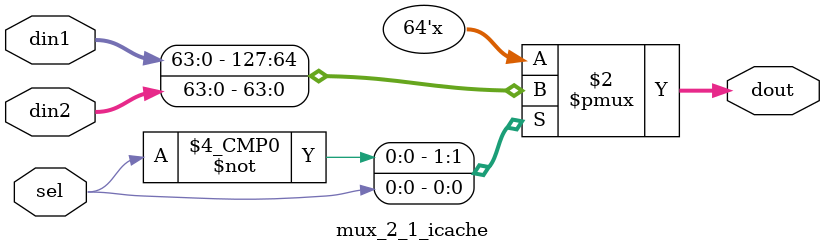
<source format=sv>
`timescale 1ns / 1ps


module mux_2_1_icache(
    input       [63:0]      din1,
    input       [63:0]      din2,
    input                   sel,
    output reg  [63:0]      dout
    );

    always @(*)begin
        case(sel)
            1'b0:dout=din1;
            1'b1:dout=din2;
        endcase
    end
endmodule
</source>
